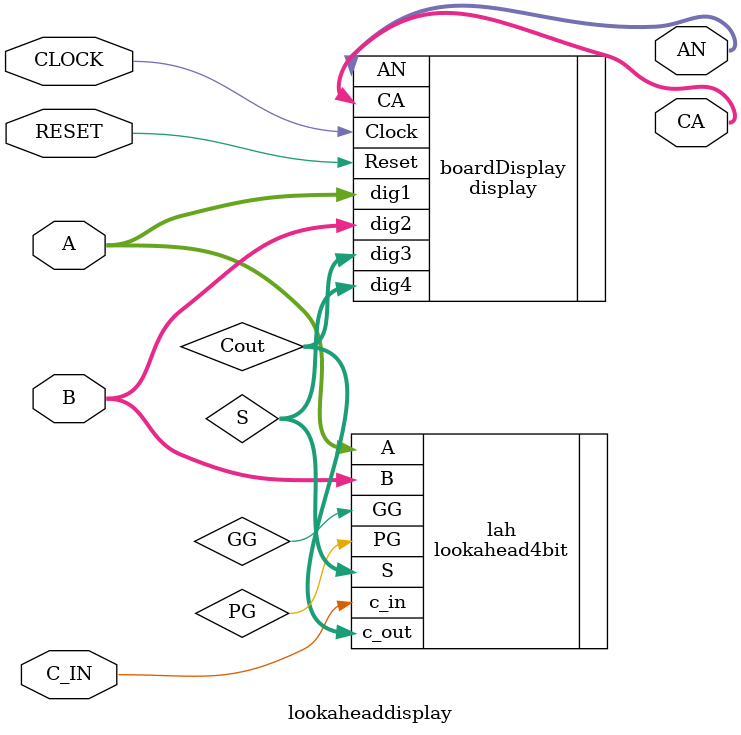
<source format=v>
`timescale 1ns / 1ps


module lookaheaddisplay(
    input CLOCK,
    input RESET,
    input [3:0] A,
    input [3:0] B,
    input C_IN,
    output [3:0] AN,
    output [6:0] CA
    );
   
       // Outputs
    wire [3:0] S;
    wire [3:0] Cout;
    wire PG;
    wire GG;
    
    // Instantiate the Unit Under Test (UUT)
    lookahead4bit lah (.S(S), .c_out(Cout), .PG(PG), .GG(GG), .A(A), .B(B), .c_in(C_IN));
   
    display boardDisplay(
    .dig1(A),
    .dig2(B),
    .dig3(Cout),
    .dig4(S),
    .Clock(CLOCK),
    .Reset(RESET),
    .CA(CA),
    .AN(AN)
    );
    
endmodule

</source>
